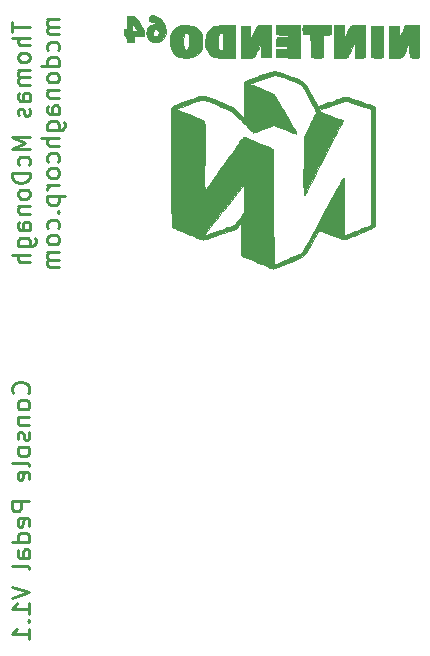
<source format=gbr>
G04 #@! TF.GenerationSoftware,KiCad,Pcbnew,(5.1.7)-1*
G04 #@! TF.CreationDate,2021-02-06T12:54:39-06:00*
G04 #@! TF.ProjectId,ConsolePedal,436f6e73-6f6c-4655-9065-64616c2e6b69,rev?*
G04 #@! TF.SameCoordinates,Original*
G04 #@! TF.FileFunction,Legend,Bot*
G04 #@! TF.FilePolarity,Positive*
%FSLAX46Y46*%
G04 Gerber Fmt 4.6, Leading zero omitted, Abs format (unit mm)*
G04 Created by KiCad (PCBNEW (5.1.7)-1) date 2021-02-06 12:54:39*
%MOMM*%
%LPD*%
G01*
G04 APERTURE LIST*
%ADD10C,0.250000*%
%ADD11C,0.010000*%
G04 APERTURE END LIST*
D10*
X116740714Y-76431428D02*
X116812142Y-76360000D01*
X116883571Y-76145714D01*
X116883571Y-76002857D01*
X116812142Y-75788571D01*
X116669285Y-75645714D01*
X116526428Y-75574285D01*
X116240714Y-75502857D01*
X116026428Y-75502857D01*
X115740714Y-75574285D01*
X115597857Y-75645714D01*
X115455000Y-75788571D01*
X115383571Y-76002857D01*
X115383571Y-76145714D01*
X115455000Y-76360000D01*
X115526428Y-76431428D01*
X116883571Y-77288571D02*
X116812142Y-77145714D01*
X116740714Y-77074285D01*
X116597857Y-77002857D01*
X116169285Y-77002857D01*
X116026428Y-77074285D01*
X115955000Y-77145714D01*
X115883571Y-77288571D01*
X115883571Y-77502857D01*
X115955000Y-77645714D01*
X116026428Y-77717142D01*
X116169285Y-77788571D01*
X116597857Y-77788571D01*
X116740714Y-77717142D01*
X116812142Y-77645714D01*
X116883571Y-77502857D01*
X116883571Y-77288571D01*
X115883571Y-78431428D02*
X116883571Y-78431428D01*
X116026428Y-78431428D02*
X115955000Y-78502857D01*
X115883571Y-78645714D01*
X115883571Y-78860000D01*
X115955000Y-79002857D01*
X116097857Y-79074285D01*
X116883571Y-79074285D01*
X116812142Y-79717142D02*
X116883571Y-79860000D01*
X116883571Y-80145714D01*
X116812142Y-80288571D01*
X116669285Y-80360000D01*
X116597857Y-80360000D01*
X116455000Y-80288571D01*
X116383571Y-80145714D01*
X116383571Y-79931428D01*
X116312142Y-79788571D01*
X116169285Y-79717142D01*
X116097857Y-79717142D01*
X115955000Y-79788571D01*
X115883571Y-79931428D01*
X115883571Y-80145714D01*
X115955000Y-80288571D01*
X116883571Y-81217142D02*
X116812142Y-81074285D01*
X116740714Y-81002857D01*
X116597857Y-80931428D01*
X116169285Y-80931428D01*
X116026428Y-81002857D01*
X115955000Y-81074285D01*
X115883571Y-81217142D01*
X115883571Y-81431428D01*
X115955000Y-81574285D01*
X116026428Y-81645714D01*
X116169285Y-81717142D01*
X116597857Y-81717142D01*
X116740714Y-81645714D01*
X116812142Y-81574285D01*
X116883571Y-81431428D01*
X116883571Y-81217142D01*
X116883571Y-82574285D02*
X116812142Y-82431428D01*
X116669285Y-82360000D01*
X115383571Y-82360000D01*
X116812142Y-83717142D02*
X116883571Y-83574285D01*
X116883571Y-83288571D01*
X116812142Y-83145714D01*
X116669285Y-83074285D01*
X116097857Y-83074285D01*
X115955000Y-83145714D01*
X115883571Y-83288571D01*
X115883571Y-83574285D01*
X115955000Y-83717142D01*
X116097857Y-83788571D01*
X116240714Y-83788571D01*
X116383571Y-83074285D01*
X116883571Y-85574285D02*
X115383571Y-85574285D01*
X115383571Y-86145714D01*
X115455000Y-86288571D01*
X115526428Y-86360000D01*
X115669285Y-86431428D01*
X115883571Y-86431428D01*
X116026428Y-86360000D01*
X116097857Y-86288571D01*
X116169285Y-86145714D01*
X116169285Y-85574285D01*
X116812142Y-87645714D02*
X116883571Y-87502857D01*
X116883571Y-87217142D01*
X116812142Y-87074285D01*
X116669285Y-87002857D01*
X116097857Y-87002857D01*
X115955000Y-87074285D01*
X115883571Y-87217142D01*
X115883571Y-87502857D01*
X115955000Y-87645714D01*
X116097857Y-87717142D01*
X116240714Y-87717142D01*
X116383571Y-87002857D01*
X116883571Y-89002857D02*
X115383571Y-89002857D01*
X116812142Y-89002857D02*
X116883571Y-88860000D01*
X116883571Y-88574285D01*
X116812142Y-88431428D01*
X116740714Y-88360000D01*
X116597857Y-88288571D01*
X116169285Y-88288571D01*
X116026428Y-88360000D01*
X115955000Y-88431428D01*
X115883571Y-88574285D01*
X115883571Y-88860000D01*
X115955000Y-89002857D01*
X116883571Y-90360000D02*
X116097857Y-90360000D01*
X115955000Y-90288571D01*
X115883571Y-90145714D01*
X115883571Y-89860000D01*
X115955000Y-89717142D01*
X116812142Y-90360000D02*
X116883571Y-90217142D01*
X116883571Y-89860000D01*
X116812142Y-89717142D01*
X116669285Y-89645714D01*
X116526428Y-89645714D01*
X116383571Y-89717142D01*
X116312142Y-89860000D01*
X116312142Y-90217142D01*
X116240714Y-90360000D01*
X116883571Y-91288571D02*
X116812142Y-91145714D01*
X116669285Y-91074285D01*
X115383571Y-91074285D01*
X115383571Y-92788571D02*
X116883571Y-93288571D01*
X115383571Y-93788571D01*
X116883571Y-95074285D02*
X116883571Y-94217142D01*
X116883571Y-94645714D02*
X115383571Y-94645714D01*
X115597857Y-94502857D01*
X115740714Y-94360000D01*
X115812142Y-94217142D01*
X116740714Y-95717142D02*
X116812142Y-95788571D01*
X116883571Y-95717142D01*
X116812142Y-95645714D01*
X116740714Y-95717142D01*
X116883571Y-95717142D01*
X116883571Y-97217142D02*
X116883571Y-96360000D01*
X116883571Y-96788571D02*
X115383571Y-96788571D01*
X115597857Y-96645714D01*
X115740714Y-96502857D01*
X115812142Y-96360000D01*
X115403571Y-44959285D02*
X115403571Y-45816428D01*
X116903571Y-45387857D02*
X115403571Y-45387857D01*
X116903571Y-46316428D02*
X115403571Y-46316428D01*
X116903571Y-46959285D02*
X116117857Y-46959285D01*
X115975000Y-46887857D01*
X115903571Y-46745000D01*
X115903571Y-46530714D01*
X115975000Y-46387857D01*
X116046428Y-46316428D01*
X116903571Y-47887857D02*
X116832142Y-47745000D01*
X116760714Y-47673571D01*
X116617857Y-47602142D01*
X116189285Y-47602142D01*
X116046428Y-47673571D01*
X115975000Y-47745000D01*
X115903571Y-47887857D01*
X115903571Y-48102142D01*
X115975000Y-48245000D01*
X116046428Y-48316428D01*
X116189285Y-48387857D01*
X116617857Y-48387857D01*
X116760714Y-48316428D01*
X116832142Y-48245000D01*
X116903571Y-48102142D01*
X116903571Y-47887857D01*
X116903571Y-49030714D02*
X115903571Y-49030714D01*
X116046428Y-49030714D02*
X115975000Y-49102142D01*
X115903571Y-49245000D01*
X115903571Y-49459285D01*
X115975000Y-49602142D01*
X116117857Y-49673571D01*
X116903571Y-49673571D01*
X116117857Y-49673571D02*
X115975000Y-49745000D01*
X115903571Y-49887857D01*
X115903571Y-50102142D01*
X115975000Y-50245000D01*
X116117857Y-50316428D01*
X116903571Y-50316428D01*
X116903571Y-51673571D02*
X116117857Y-51673571D01*
X115975000Y-51602142D01*
X115903571Y-51459285D01*
X115903571Y-51173571D01*
X115975000Y-51030714D01*
X116832142Y-51673571D02*
X116903571Y-51530714D01*
X116903571Y-51173571D01*
X116832142Y-51030714D01*
X116689285Y-50959285D01*
X116546428Y-50959285D01*
X116403571Y-51030714D01*
X116332142Y-51173571D01*
X116332142Y-51530714D01*
X116260714Y-51673571D01*
X116832142Y-52316428D02*
X116903571Y-52459285D01*
X116903571Y-52745000D01*
X116832142Y-52887857D01*
X116689285Y-52959285D01*
X116617857Y-52959285D01*
X116475000Y-52887857D01*
X116403571Y-52745000D01*
X116403571Y-52530714D01*
X116332142Y-52387857D01*
X116189285Y-52316428D01*
X116117857Y-52316428D01*
X115975000Y-52387857D01*
X115903571Y-52530714D01*
X115903571Y-52745000D01*
X115975000Y-52887857D01*
X116903571Y-54745000D02*
X115403571Y-54745000D01*
X116475000Y-55245000D01*
X115403571Y-55745000D01*
X116903571Y-55745000D01*
X116832142Y-57102142D02*
X116903571Y-56959285D01*
X116903571Y-56673571D01*
X116832142Y-56530714D01*
X116760714Y-56459285D01*
X116617857Y-56387857D01*
X116189285Y-56387857D01*
X116046428Y-56459285D01*
X115975000Y-56530714D01*
X115903571Y-56673571D01*
X115903571Y-56959285D01*
X115975000Y-57102142D01*
X116903571Y-57745000D02*
X115403571Y-57745000D01*
X115403571Y-58102142D01*
X115475000Y-58316428D01*
X115617857Y-58459285D01*
X115760714Y-58530714D01*
X116046428Y-58602142D01*
X116260714Y-58602142D01*
X116546428Y-58530714D01*
X116689285Y-58459285D01*
X116832142Y-58316428D01*
X116903571Y-58102142D01*
X116903571Y-57745000D01*
X116903571Y-59459285D02*
X116832142Y-59316428D01*
X116760714Y-59245000D01*
X116617857Y-59173571D01*
X116189285Y-59173571D01*
X116046428Y-59245000D01*
X115975000Y-59316428D01*
X115903571Y-59459285D01*
X115903571Y-59673571D01*
X115975000Y-59816428D01*
X116046428Y-59887857D01*
X116189285Y-59959285D01*
X116617857Y-59959285D01*
X116760714Y-59887857D01*
X116832142Y-59816428D01*
X116903571Y-59673571D01*
X116903571Y-59459285D01*
X115903571Y-60602142D02*
X116903571Y-60602142D01*
X116046428Y-60602142D02*
X115975000Y-60673571D01*
X115903571Y-60816428D01*
X115903571Y-61030714D01*
X115975000Y-61173571D01*
X116117857Y-61245000D01*
X116903571Y-61245000D01*
X116903571Y-62602142D02*
X116117857Y-62602142D01*
X115975000Y-62530714D01*
X115903571Y-62387857D01*
X115903571Y-62102142D01*
X115975000Y-61959285D01*
X116832142Y-62602142D02*
X116903571Y-62459285D01*
X116903571Y-62102142D01*
X116832142Y-61959285D01*
X116689285Y-61887857D01*
X116546428Y-61887857D01*
X116403571Y-61959285D01*
X116332142Y-62102142D01*
X116332142Y-62459285D01*
X116260714Y-62602142D01*
X115903571Y-63959285D02*
X117117857Y-63959285D01*
X117260714Y-63887857D01*
X117332142Y-63816428D01*
X117403571Y-63673571D01*
X117403571Y-63459285D01*
X117332142Y-63316428D01*
X116832142Y-63959285D02*
X116903571Y-63816428D01*
X116903571Y-63530714D01*
X116832142Y-63387857D01*
X116760714Y-63316428D01*
X116617857Y-63245000D01*
X116189285Y-63245000D01*
X116046428Y-63316428D01*
X115975000Y-63387857D01*
X115903571Y-63530714D01*
X115903571Y-63816428D01*
X115975000Y-63959285D01*
X116903571Y-64673571D02*
X115403571Y-64673571D01*
X116903571Y-65316428D02*
X116117857Y-65316428D01*
X115975000Y-65245000D01*
X115903571Y-65102142D01*
X115903571Y-64887857D01*
X115975000Y-64745000D01*
X116046428Y-64673571D01*
X119403571Y-44745000D02*
X118403571Y-44745000D01*
X118546428Y-44745000D02*
X118475000Y-44816428D01*
X118403571Y-44959285D01*
X118403571Y-45173571D01*
X118475000Y-45316428D01*
X118617857Y-45387857D01*
X119403571Y-45387857D01*
X118617857Y-45387857D02*
X118475000Y-45459285D01*
X118403571Y-45602142D01*
X118403571Y-45816428D01*
X118475000Y-45959285D01*
X118617857Y-46030714D01*
X119403571Y-46030714D01*
X119332142Y-47387857D02*
X119403571Y-47245000D01*
X119403571Y-46959285D01*
X119332142Y-46816428D01*
X119260714Y-46745000D01*
X119117857Y-46673571D01*
X118689285Y-46673571D01*
X118546428Y-46745000D01*
X118475000Y-46816428D01*
X118403571Y-46959285D01*
X118403571Y-47245000D01*
X118475000Y-47387857D01*
X119403571Y-48673571D02*
X117903571Y-48673571D01*
X119332142Y-48673571D02*
X119403571Y-48530714D01*
X119403571Y-48245000D01*
X119332142Y-48102142D01*
X119260714Y-48030714D01*
X119117857Y-47959285D01*
X118689285Y-47959285D01*
X118546428Y-48030714D01*
X118475000Y-48102142D01*
X118403571Y-48245000D01*
X118403571Y-48530714D01*
X118475000Y-48673571D01*
X119403571Y-49602142D02*
X119332142Y-49459285D01*
X119260714Y-49387857D01*
X119117857Y-49316428D01*
X118689285Y-49316428D01*
X118546428Y-49387857D01*
X118475000Y-49459285D01*
X118403571Y-49602142D01*
X118403571Y-49816428D01*
X118475000Y-49959285D01*
X118546428Y-50030714D01*
X118689285Y-50102142D01*
X119117857Y-50102142D01*
X119260714Y-50030714D01*
X119332142Y-49959285D01*
X119403571Y-49816428D01*
X119403571Y-49602142D01*
X118403571Y-50745000D02*
X119403571Y-50745000D01*
X118546428Y-50745000D02*
X118475000Y-50816428D01*
X118403571Y-50959285D01*
X118403571Y-51173571D01*
X118475000Y-51316428D01*
X118617857Y-51387857D01*
X119403571Y-51387857D01*
X119403571Y-52745000D02*
X118617857Y-52745000D01*
X118475000Y-52673571D01*
X118403571Y-52530714D01*
X118403571Y-52245000D01*
X118475000Y-52102142D01*
X119332142Y-52745000D02*
X119403571Y-52602142D01*
X119403571Y-52245000D01*
X119332142Y-52102142D01*
X119189285Y-52030714D01*
X119046428Y-52030714D01*
X118903571Y-52102142D01*
X118832142Y-52245000D01*
X118832142Y-52602142D01*
X118760714Y-52745000D01*
X118403571Y-54102142D02*
X119617857Y-54102142D01*
X119760714Y-54030714D01*
X119832142Y-53959285D01*
X119903571Y-53816428D01*
X119903571Y-53602142D01*
X119832142Y-53459285D01*
X119332142Y-54102142D02*
X119403571Y-53959285D01*
X119403571Y-53673571D01*
X119332142Y-53530714D01*
X119260714Y-53459285D01*
X119117857Y-53387857D01*
X118689285Y-53387857D01*
X118546428Y-53459285D01*
X118475000Y-53530714D01*
X118403571Y-53673571D01*
X118403571Y-53959285D01*
X118475000Y-54102142D01*
X119403571Y-54816428D02*
X117903571Y-54816428D01*
X119403571Y-55459285D02*
X118617857Y-55459285D01*
X118475000Y-55387857D01*
X118403571Y-55245000D01*
X118403571Y-55030714D01*
X118475000Y-54887857D01*
X118546428Y-54816428D01*
X119332142Y-56816428D02*
X119403571Y-56673571D01*
X119403571Y-56387857D01*
X119332142Y-56245000D01*
X119260714Y-56173571D01*
X119117857Y-56102142D01*
X118689285Y-56102142D01*
X118546428Y-56173571D01*
X118475000Y-56245000D01*
X118403571Y-56387857D01*
X118403571Y-56673571D01*
X118475000Y-56816428D01*
X119403571Y-57673571D02*
X119332142Y-57530714D01*
X119260714Y-57459285D01*
X119117857Y-57387857D01*
X118689285Y-57387857D01*
X118546428Y-57459285D01*
X118475000Y-57530714D01*
X118403571Y-57673571D01*
X118403571Y-57887857D01*
X118475000Y-58030714D01*
X118546428Y-58102142D01*
X118689285Y-58173571D01*
X119117857Y-58173571D01*
X119260714Y-58102142D01*
X119332142Y-58030714D01*
X119403571Y-57887857D01*
X119403571Y-57673571D01*
X119403571Y-58816428D02*
X118403571Y-58816428D01*
X118689285Y-58816428D02*
X118546428Y-58887857D01*
X118475000Y-58959285D01*
X118403571Y-59102142D01*
X118403571Y-59245000D01*
X118403571Y-59745000D02*
X119903571Y-59745000D01*
X118475000Y-59745000D02*
X118403571Y-59887857D01*
X118403571Y-60173571D01*
X118475000Y-60316428D01*
X118546428Y-60387857D01*
X118689285Y-60459285D01*
X119117857Y-60459285D01*
X119260714Y-60387857D01*
X119332142Y-60316428D01*
X119403571Y-60173571D01*
X119403571Y-59887857D01*
X119332142Y-59745000D01*
X119260714Y-61102142D02*
X119332142Y-61173571D01*
X119403571Y-61102142D01*
X119332142Y-61030714D01*
X119260714Y-61102142D01*
X119403571Y-61102142D01*
X119332142Y-62459285D02*
X119403571Y-62316428D01*
X119403571Y-62030714D01*
X119332142Y-61887857D01*
X119260714Y-61816428D01*
X119117857Y-61745000D01*
X118689285Y-61745000D01*
X118546428Y-61816428D01*
X118475000Y-61887857D01*
X118403571Y-62030714D01*
X118403571Y-62316428D01*
X118475000Y-62459285D01*
X119403571Y-63316428D02*
X119332142Y-63173571D01*
X119260714Y-63102142D01*
X119117857Y-63030714D01*
X118689285Y-63030714D01*
X118546428Y-63102142D01*
X118475000Y-63173571D01*
X118403571Y-63316428D01*
X118403571Y-63530714D01*
X118475000Y-63673571D01*
X118546428Y-63745000D01*
X118689285Y-63816428D01*
X119117857Y-63816428D01*
X119260714Y-63745000D01*
X119332142Y-63673571D01*
X119403571Y-63530714D01*
X119403571Y-63316428D01*
X119403571Y-64459285D02*
X118403571Y-64459285D01*
X118546428Y-64459285D02*
X118475000Y-64530714D01*
X118403571Y-64673571D01*
X118403571Y-64887857D01*
X118475000Y-65030714D01*
X118617857Y-65102142D01*
X119403571Y-65102142D01*
X118617857Y-65102142D02*
X118475000Y-65173571D01*
X118403571Y-65316428D01*
X118403571Y-65530714D01*
X118475000Y-65673571D01*
X118617857Y-65745000D01*
X119403571Y-65745000D01*
D11*
G04 #@! TO.C,G\u002A\u002A\u002A*
G36*
X136423810Y-49513755D02*
G01*
X136113895Y-49618682D01*
X135827750Y-49717820D01*
X135575896Y-49807349D01*
X135368852Y-49883446D01*
X135217137Y-49942289D01*
X135131271Y-49980057D01*
X135117938Y-49988219D01*
X135098522Y-50010527D01*
X135082684Y-50047065D01*
X135069980Y-50106210D01*
X135059962Y-50196341D01*
X135052186Y-50325837D01*
X135046206Y-50503076D01*
X135041574Y-50736437D01*
X135037846Y-51034297D01*
X135034574Y-51405037D01*
X135033272Y-51578673D01*
X135022167Y-53107167D01*
X134627224Y-52713961D01*
X134464074Y-52555611D01*
X134307113Y-52410474D01*
X134173604Y-52294067D01*
X134080812Y-52221907D01*
X134076891Y-52219306D01*
X133997026Y-52176551D01*
X133850610Y-52107428D01*
X133649618Y-52017222D01*
X133406027Y-51911215D01*
X133131813Y-51794693D01*
X132838951Y-51672939D01*
X132833250Y-51670595D01*
X132475385Y-51525115D01*
X132186935Y-51411672D01*
X131960114Y-51327532D01*
X131787140Y-51269959D01*
X131660229Y-51236220D01*
X131571597Y-51223581D01*
X131560081Y-51223333D01*
X131477442Y-51227712D01*
X131381934Y-51243101D01*
X131262620Y-51272880D01*
X131108562Y-51320427D01*
X130908824Y-51389123D01*
X130652469Y-51482346D01*
X130328560Y-51603475D01*
X130323167Y-51605509D01*
X130088076Y-51692902D01*
X129833605Y-51785498D01*
X129597457Y-51869660D01*
X129478497Y-51911036D01*
X129299867Y-51978985D01*
X129142618Y-52050826D01*
X129031085Y-52114948D01*
X129002247Y-52138238D01*
X128905000Y-52235485D01*
X128905000Y-57253909D01*
X128905038Y-58011497D01*
X128905199Y-58688971D01*
X128905553Y-59290887D01*
X128906170Y-59821797D01*
X128907121Y-60286256D01*
X128908476Y-60688817D01*
X128910305Y-61034034D01*
X128912679Y-61326461D01*
X128915667Y-61570652D01*
X128919341Y-61771161D01*
X128923770Y-61932541D01*
X128929024Y-62059347D01*
X128935175Y-62156131D01*
X128942292Y-62227448D01*
X128950445Y-62277852D01*
X128959705Y-62311896D01*
X128970142Y-62334135D01*
X128981827Y-62349121D01*
X128983672Y-62351005D01*
X129059117Y-62402725D01*
X129189643Y-62470237D01*
X129350523Y-62541064D01*
X129396422Y-62559317D01*
X129536807Y-62614660D01*
X129738212Y-62695238D01*
X129983359Y-62794076D01*
X130254966Y-62904201D01*
X130535752Y-63018641D01*
X130617666Y-63052145D01*
X130876241Y-63156893D01*
X131110790Y-63249808D01*
X131309257Y-63326285D01*
X131459586Y-63381717D01*
X131549721Y-63411499D01*
X131568287Y-63415334D01*
X131597820Y-63410644D01*
X131655730Y-63395290D01*
X131747771Y-63367345D01*
X131879697Y-63324883D01*
X132057259Y-63265977D01*
X132286211Y-63188701D01*
X132572307Y-63091127D01*
X132921298Y-62971330D01*
X133338938Y-62827382D01*
X133810094Y-62664581D01*
X134082522Y-62565394D01*
X134288494Y-62476340D01*
X134443833Y-62387592D01*
X134564362Y-62289322D01*
X134665905Y-62171700D01*
X134714207Y-62103000D01*
X134733692Y-62077877D01*
X134749258Y-62072411D01*
X134761364Y-62094457D01*
X134770466Y-62151871D01*
X134777021Y-62252506D01*
X134781487Y-62404219D01*
X134784321Y-62614863D01*
X134785979Y-62892294D01*
X134786919Y-63244367D01*
X134787113Y-63355856D01*
X134788014Y-63732585D01*
X134789687Y-64033690D01*
X134792636Y-64268209D01*
X134797365Y-64445184D01*
X134804379Y-64573657D01*
X134814181Y-64662667D01*
X134827274Y-64721255D01*
X134844164Y-64758462D01*
X134865353Y-64783329D01*
X134866750Y-64784606D01*
X134937406Y-64838540D01*
X134974590Y-64854667D01*
X135019809Y-64870230D01*
X135133606Y-64914335D01*
X135306345Y-64983106D01*
X135528390Y-65072666D01*
X135790104Y-65179138D01*
X136081853Y-65298647D01*
X136237404Y-65362667D01*
X136542618Y-65487605D01*
X136824576Y-65601354D01*
X137073274Y-65700009D01*
X137278709Y-65779666D01*
X137430878Y-65836419D01*
X137519779Y-65866363D01*
X137537147Y-65870067D01*
X137594061Y-65854065D01*
X137716987Y-65809509D01*
X137894052Y-65741044D01*
X138113380Y-65653314D01*
X138363096Y-65550962D01*
X138514667Y-65487781D01*
X138779330Y-65377565D01*
X139022980Y-65277555D01*
X139233080Y-65192781D01*
X139397094Y-65128273D01*
X139502487Y-65089059D01*
X139530667Y-65080158D01*
X139808490Y-64973463D01*
X140061258Y-64794027D01*
X140292562Y-64538473D01*
X140505995Y-64203423D01*
X140548726Y-64122947D01*
X140635017Y-63958914D01*
X140750076Y-63744931D01*
X140881003Y-63504752D01*
X141014899Y-63262131D01*
X141063343Y-63175190D01*
X141398662Y-62575213D01*
X141554748Y-62641656D01*
X142005987Y-62832419D01*
X142386014Y-62990047D01*
X142700568Y-63116719D01*
X142955387Y-63214613D01*
X143156212Y-63285908D01*
X143308780Y-63332782D01*
X143418830Y-63357413D01*
X143451139Y-63361432D01*
X143539997Y-63365281D01*
X143628372Y-63357557D01*
X143731392Y-63333788D01*
X143864181Y-63289502D01*
X144041865Y-63220228D01*
X144279571Y-63121494D01*
X144318973Y-63104866D01*
X144588841Y-62991911D01*
X144881044Y-62871382D01*
X145165448Y-62755604D01*
X145411920Y-62656899D01*
X145478500Y-62630680D01*
X145691581Y-62542029D01*
X145875238Y-62455724D01*
X146012130Y-62380450D01*
X146081750Y-62328527D01*
X146177000Y-62225279D01*
X146176376Y-57264056D01*
X146176091Y-56474435D01*
X146175419Y-55765705D01*
X146174320Y-55134090D01*
X146172754Y-54575813D01*
X146170682Y-54087101D01*
X146168065Y-53664176D01*
X146164862Y-53303265D01*
X146161034Y-53000590D01*
X146156541Y-52752376D01*
X146151344Y-52554849D01*
X146145404Y-52404232D01*
X146141709Y-52345167D01*
X145774833Y-52345167D01*
X145774833Y-62166036D01*
X145542000Y-62260097D01*
X145433679Y-62303828D01*
X145262086Y-62373067D01*
X145042471Y-62461662D01*
X144790088Y-62563460D01*
X144520187Y-62672309D01*
X144420167Y-62712643D01*
X143531167Y-63071128D01*
X143520242Y-60618564D01*
X143517690Y-60171631D01*
X143514200Y-59750959D01*
X143509906Y-59363995D01*
X143504944Y-59018183D01*
X143499448Y-58720971D01*
X143493554Y-58479804D01*
X143487396Y-58302129D01*
X143481110Y-58195392D01*
X143475805Y-58166000D01*
X143449008Y-58201937D01*
X143386257Y-58304609D01*
X143291931Y-58466308D01*
X143170411Y-58679325D01*
X143026074Y-58935954D01*
X142863300Y-59228487D01*
X142686468Y-59549214D01*
X142591958Y-59721750D01*
X142363029Y-60140550D01*
X142105583Y-60611440D01*
X141831752Y-61112240D01*
X141553665Y-61620767D01*
X141283452Y-62114840D01*
X141033242Y-62572277D01*
X140884684Y-62843834D01*
X140699047Y-63181477D01*
X140522995Y-63498507D01*
X140361263Y-63786624D01*
X140218590Y-64037527D01*
X140099712Y-64242919D01*
X140009365Y-64394499D01*
X139952288Y-64483968D01*
X139937956Y-64502562D01*
X139905563Y-64529688D01*
X139852797Y-64562756D01*
X139773064Y-64604642D01*
X139659768Y-64658223D01*
X139506315Y-64726373D01*
X139306108Y-64811970D01*
X139052553Y-64917890D01*
X138739055Y-65047008D01*
X138359018Y-65202202D01*
X137985500Y-65354024D01*
X137562167Y-65525848D01*
X137541000Y-60633451D01*
X137539988Y-60406345D01*
X135037292Y-60406345D01*
X135035884Y-60657802D01*
X135032754Y-60861926D01*
X135028023Y-61005902D01*
X135022413Y-61073949D01*
X134982356Y-61174378D01*
X134895778Y-61320691D01*
X134774078Y-61497015D01*
X134628656Y-61687478D01*
X134470910Y-61876208D01*
X134354924Y-62003347D01*
X134279468Y-62078699D01*
X134204426Y-62140810D01*
X134116381Y-62196064D01*
X134001912Y-62250844D01*
X133847602Y-62311533D01*
X133640031Y-62384514D01*
X133365780Y-62476172D01*
X133350000Y-62481385D01*
X133094075Y-62567112D01*
X132796814Y-62668570D01*
X132496468Y-62772611D01*
X132249333Y-62859657D01*
X132045029Y-62931504D01*
X131871231Y-62990897D01*
X131742422Y-63033021D01*
X131673085Y-63053060D01*
X131665283Y-63053844D01*
X131688299Y-63019674D01*
X131758921Y-62924169D01*
X131872883Y-62772914D01*
X132025921Y-62571490D01*
X132213769Y-62325479D01*
X132432160Y-62040464D01*
X132676829Y-61722027D01*
X132943510Y-61375751D01*
X133227939Y-61007217D01*
X133337450Y-60865524D01*
X135022167Y-58686537D01*
X135034451Y-59812685D01*
X135036855Y-60120368D01*
X135037292Y-60406345D01*
X137539988Y-60406345D01*
X137537635Y-59878471D01*
X137534381Y-59203737D01*
X137531162Y-58604827D01*
X137527902Y-58077321D01*
X137524526Y-57616798D01*
X137520957Y-57218838D01*
X137517120Y-56879019D01*
X137512938Y-56592920D01*
X137508335Y-56356122D01*
X137503236Y-56164202D01*
X137497565Y-56012740D01*
X137491245Y-55897316D01*
X137484201Y-55813508D01*
X137476356Y-55756895D01*
X137467635Y-55723057D01*
X137457962Y-55707573D01*
X137456333Y-55706511D01*
X137360940Y-55660237D01*
X137207467Y-55592469D01*
X137007363Y-55507729D01*
X136772078Y-55410539D01*
X136513061Y-55305421D01*
X136241762Y-55196897D01*
X135969629Y-55089488D01*
X135708113Y-54987716D01*
X135468663Y-54896104D01*
X135262729Y-54819173D01*
X135101759Y-54761444D01*
X134997203Y-54727441D01*
X134960756Y-54720904D01*
X134925942Y-54766709D01*
X134851658Y-54869514D01*
X134746806Y-55016831D01*
X134620290Y-55196174D01*
X134526695Y-55329667D01*
X134085015Y-55961039D01*
X133689557Y-56526080D01*
X133338122Y-57027914D01*
X133028509Y-57469663D01*
X132758518Y-57854449D01*
X132525948Y-58185394D01*
X132328600Y-58465621D01*
X132164272Y-58698253D01*
X132030764Y-58886410D01*
X131925876Y-59033217D01*
X131847407Y-59141794D01*
X131793158Y-59215265D01*
X131760927Y-59256752D01*
X131752192Y-59266667D01*
X131739828Y-59272047D01*
X131729321Y-59257738D01*
X131720594Y-59218161D01*
X131713569Y-59147739D01*
X131708165Y-59040893D01*
X131704305Y-58892047D01*
X131701909Y-58695621D01*
X131700900Y-58446037D01*
X131701198Y-58137719D01*
X131702725Y-57765087D01*
X131705402Y-57322565D01*
X131709150Y-56804573D01*
X131712113Y-56426004D01*
X131716555Y-55858240D01*
X131720077Y-55368991D01*
X131722570Y-54952108D01*
X131723927Y-54601441D01*
X131724040Y-54310843D01*
X131722800Y-54074166D01*
X131720100Y-53885259D01*
X131715831Y-53737976D01*
X131709886Y-53626167D01*
X131702157Y-53543683D01*
X131692535Y-53484377D01*
X131680914Y-53442100D01*
X131667184Y-53410703D01*
X131658903Y-53396188D01*
X131600894Y-53325966D01*
X131508157Y-53260458D01*
X131364371Y-53190056D01*
X131185662Y-53117584D01*
X130912697Y-53011022D01*
X130631328Y-52898780D01*
X130352545Y-52785492D01*
X130087340Y-52675788D01*
X129846705Y-52574302D01*
X129641631Y-52485665D01*
X129483109Y-52414510D01*
X129382132Y-52365470D01*
X129349500Y-52343762D01*
X129386895Y-52318949D01*
X129488613Y-52273109D01*
X129638949Y-52212864D01*
X129815167Y-52147364D01*
X130204389Y-52007031D01*
X130535086Y-51886723D01*
X130828681Y-51778600D01*
X131106597Y-51674820D01*
X131118843Y-51670215D01*
X131333268Y-51599731D01*
X131513352Y-51570416D01*
X131687615Y-51583391D01*
X131884574Y-51639776D01*
X132054274Y-51706962D01*
X132210021Y-51772740D01*
X132422432Y-51862448D01*
X132670177Y-51967077D01*
X132931924Y-52077618D01*
X133113925Y-52154480D01*
X133356934Y-52259671D01*
X133585264Y-52363210D01*
X133782267Y-52457195D01*
X133931295Y-52533721D01*
X134006557Y-52578269D01*
X134083037Y-52641158D01*
X134207901Y-52755999D01*
X134371350Y-52913232D01*
X134563587Y-53103300D01*
X134774814Y-53316645D01*
X134979885Y-53527751D01*
X135192753Y-53746356D01*
X135389314Y-53943330D01*
X135561253Y-54110727D01*
X135700250Y-54240599D01*
X135797991Y-54324998D01*
X135846158Y-54355979D01*
X135846681Y-54356000D01*
X135905978Y-54340502D01*
X136030208Y-54297311D01*
X136206183Y-54231383D01*
X136420717Y-54147673D01*
X136660624Y-54051137D01*
X136691532Y-54038500D01*
X136935260Y-53940485D01*
X137156886Y-53854760D01*
X137342799Y-53786318D01*
X137479393Y-53740152D01*
X137553059Y-53721255D01*
X137556771Y-53721055D01*
X137620912Y-53736549D01*
X137750725Y-53779922D01*
X137933699Y-53846557D01*
X138157322Y-53931840D01*
X138409082Y-54031153D01*
X138535284Y-54082060D01*
X138793134Y-54185451D01*
X139026029Y-54276243D01*
X139222141Y-54350035D01*
X139369642Y-54402427D01*
X139456704Y-54429020D01*
X139473922Y-54431255D01*
X139471058Y-54392515D01*
X139428513Y-54291498D01*
X139351117Y-54137951D01*
X139243697Y-53941621D01*
X139153543Y-53784500D01*
X139023871Y-53561944D01*
X138863398Y-53285971D01*
X138683675Y-52976481D01*
X138496251Y-52653368D01*
X138312679Y-52336531D01*
X138219669Y-52175834D01*
X138065550Y-51911244D01*
X137921490Y-51667317D01*
X137793987Y-51454789D01*
X137689540Y-51284397D01*
X137614646Y-51166876D01*
X137577415Y-51114665D01*
X137543600Y-51081331D01*
X137498702Y-51048283D01*
X137433045Y-51011231D01*
X137336957Y-50965880D01*
X137200763Y-50907937D01*
X137014790Y-50833110D01*
X136769363Y-50737106D01*
X136454810Y-50615631D01*
X136440333Y-50610058D01*
X136210562Y-50521168D01*
X135992903Y-50436153D01*
X135806958Y-50362725D01*
X135672325Y-50308597D01*
X135636000Y-50293559D01*
X135525135Y-50244919D01*
X135483726Y-50215716D01*
X135502870Y-50193326D01*
X135551333Y-50173514D01*
X135687304Y-50123895D01*
X135883909Y-50054138D01*
X136122616Y-49970624D01*
X136384887Y-49879736D01*
X136652190Y-49787855D01*
X136905988Y-49701363D01*
X137127747Y-49626643D01*
X137298932Y-49570075D01*
X137367557Y-49548156D01*
X137680946Y-49450532D01*
X138595223Y-49770057D01*
X138954063Y-49896036D01*
X139241160Y-49998461D01*
X139464990Y-50080865D01*
X139634030Y-50146777D01*
X139756754Y-50199729D01*
X139841638Y-50243250D01*
X139897157Y-50280873D01*
X139931788Y-50316127D01*
X139942215Y-50331193D01*
X140028027Y-50474319D01*
X140136337Y-50663731D01*
X140261138Y-50888054D01*
X140396426Y-51135914D01*
X140536196Y-51395934D01*
X140674442Y-51656740D01*
X140805159Y-51906956D01*
X140922342Y-52135208D01*
X141019986Y-52330120D01*
X141092086Y-52480317D01*
X141132636Y-52574425D01*
X141139333Y-52598815D01*
X141120724Y-52663969D01*
X141068256Y-52793304D01*
X140986974Y-52975802D01*
X140881921Y-53200442D01*
X140758139Y-53456206D01*
X140620750Y-53731922D01*
X140102167Y-54758167D01*
X140090268Y-57202917D01*
X140087924Y-57723268D01*
X140086450Y-58165206D01*
X140085981Y-58534979D01*
X140086651Y-58838838D01*
X140088597Y-59083033D01*
X140091953Y-59273813D01*
X140096855Y-59417428D01*
X140103439Y-59520128D01*
X140111839Y-59588163D01*
X140122190Y-59627782D01*
X140134629Y-59645235D01*
X140143185Y-59647667D01*
X140200370Y-59625919D01*
X140208000Y-59606689D01*
X140226826Y-59559226D01*
X140279739Y-59447557D01*
X140361391Y-59282398D01*
X140466436Y-59074466D01*
X140589527Y-58834477D01*
X140688537Y-58643605D01*
X140935604Y-58169347D01*
X141150618Y-57756215D01*
X141340773Y-57390314D01*
X141513261Y-57057747D01*
X141675275Y-56744621D01*
X141834010Y-56437039D01*
X141996657Y-56121107D01*
X142170411Y-55782928D01*
X142283531Y-55562500D01*
X142442960Y-55252313D01*
X142609170Y-54929967D01*
X142772371Y-54614372D01*
X142922774Y-54324443D01*
X143050590Y-54079091D01*
X143115041Y-53956054D01*
X143238893Y-53719225D01*
X143326854Y-53546878D01*
X143383062Y-53428888D01*
X143411651Y-53355128D01*
X143416758Y-53315473D01*
X143402519Y-53299797D01*
X143383976Y-53297667D01*
X143333364Y-53282320D01*
X143217562Y-53239642D01*
X143049612Y-53174677D01*
X142842558Y-53092471D01*
X142611393Y-52998863D01*
X142261913Y-52856056D01*
X141983328Y-52741951D01*
X141768210Y-52653101D01*
X141609128Y-52586061D01*
X141498652Y-52537384D01*
X141429352Y-52503625D01*
X141393799Y-52481336D01*
X141384563Y-52467072D01*
X141394213Y-52457386D01*
X141415319Y-52448833D01*
X141420935Y-52446694D01*
X141803458Y-52299029D01*
X142171115Y-52159067D01*
X142515403Y-52029898D01*
X142827823Y-51914611D01*
X143099876Y-51816294D01*
X143323062Y-51738037D01*
X143488880Y-51682928D01*
X143588832Y-51654056D01*
X143612022Y-51650440D01*
X143675095Y-51664475D01*
X143806571Y-51702013D01*
X143994662Y-51759399D01*
X144227578Y-51832973D01*
X144493531Y-51919078D01*
X144737667Y-51999690D01*
X145774833Y-52345167D01*
X146141709Y-52345167D01*
X146138680Y-52296749D01*
X146131132Y-52228626D01*
X146123200Y-52197000D01*
X146109106Y-52170866D01*
X146089955Y-52146723D01*
X146058729Y-52121948D01*
X146008410Y-52093916D01*
X145931980Y-52060004D01*
X145822419Y-52017588D01*
X145672709Y-51964044D01*
X145475832Y-51896749D01*
X145224770Y-51813077D01*
X144912503Y-51710406D01*
X144532014Y-51586112D01*
X144197592Y-51477101D01*
X143994767Y-51413004D01*
X143815551Y-51360058D01*
X143678171Y-51323396D01*
X143600858Y-51308150D01*
X143596952Y-51308000D01*
X143530528Y-51322411D01*
X143400812Y-51362171D01*
X143223471Y-51422071D01*
X143014173Y-51496903D01*
X142888194Y-51543634D01*
X142646850Y-51634026D01*
X142408858Y-51722627D01*
X142196580Y-51801147D01*
X142032381Y-51861297D01*
X141986000Y-51878060D01*
X141817124Y-51940390D01*
X141655531Y-52002823D01*
X141553443Y-52044592D01*
X141439071Y-52088059D01*
X141352152Y-52111180D01*
X141338994Y-52112333D01*
X141300753Y-52076701D01*
X141230801Y-51977879D01*
X141136134Y-51827978D01*
X141023748Y-51639109D01*
X140900636Y-51423385D01*
X140773794Y-51192916D01*
X140650217Y-50959814D01*
X140536900Y-50736190D01*
X140497910Y-50656062D01*
X140308235Y-50331193D01*
X140078174Y-50071218D01*
X139797757Y-49868261D01*
X139457019Y-49714450D01*
X139212549Y-49640687D01*
X139082992Y-49602986D01*
X138895027Y-49542588D01*
X138669544Y-49466471D01*
X138427431Y-49381612D01*
X138307026Y-49338216D01*
X137656121Y-49101252D01*
X136423810Y-49513755D01*
G37*
X136423810Y-49513755D02*
X136113895Y-49618682D01*
X135827750Y-49717820D01*
X135575896Y-49807349D01*
X135368852Y-49883446D01*
X135217137Y-49942289D01*
X135131271Y-49980057D01*
X135117938Y-49988219D01*
X135098522Y-50010527D01*
X135082684Y-50047065D01*
X135069980Y-50106210D01*
X135059962Y-50196341D01*
X135052186Y-50325837D01*
X135046206Y-50503076D01*
X135041574Y-50736437D01*
X135037846Y-51034297D01*
X135034574Y-51405037D01*
X135033272Y-51578673D01*
X135022167Y-53107167D01*
X134627224Y-52713961D01*
X134464074Y-52555611D01*
X134307113Y-52410474D01*
X134173604Y-52294067D01*
X134080812Y-52221907D01*
X134076891Y-52219306D01*
X133997026Y-52176551D01*
X133850610Y-52107428D01*
X133649618Y-52017222D01*
X133406027Y-51911215D01*
X133131813Y-51794693D01*
X132838951Y-51672939D01*
X132833250Y-51670595D01*
X132475385Y-51525115D01*
X132186935Y-51411672D01*
X131960114Y-51327532D01*
X131787140Y-51269959D01*
X131660229Y-51236220D01*
X131571597Y-51223581D01*
X131560081Y-51223333D01*
X131477442Y-51227712D01*
X131381934Y-51243101D01*
X131262620Y-51272880D01*
X131108562Y-51320427D01*
X130908824Y-51389123D01*
X130652469Y-51482346D01*
X130328560Y-51603475D01*
X130323167Y-51605509D01*
X130088076Y-51692902D01*
X129833605Y-51785498D01*
X129597457Y-51869660D01*
X129478497Y-51911036D01*
X129299867Y-51978985D01*
X129142618Y-52050826D01*
X129031085Y-52114948D01*
X129002247Y-52138238D01*
X128905000Y-52235485D01*
X128905000Y-57253909D01*
X128905038Y-58011497D01*
X128905199Y-58688971D01*
X128905553Y-59290887D01*
X128906170Y-59821797D01*
X128907121Y-60286256D01*
X128908476Y-60688817D01*
X128910305Y-61034034D01*
X128912679Y-61326461D01*
X128915667Y-61570652D01*
X128919341Y-61771161D01*
X128923770Y-61932541D01*
X128929024Y-62059347D01*
X128935175Y-62156131D01*
X128942292Y-62227448D01*
X128950445Y-62277852D01*
X128959705Y-62311896D01*
X128970142Y-62334135D01*
X128981827Y-62349121D01*
X128983672Y-62351005D01*
X129059117Y-62402725D01*
X129189643Y-62470237D01*
X129350523Y-62541064D01*
X129396422Y-62559317D01*
X129536807Y-62614660D01*
X129738212Y-62695238D01*
X129983359Y-62794076D01*
X130254966Y-62904201D01*
X130535752Y-63018641D01*
X130617666Y-63052145D01*
X130876241Y-63156893D01*
X131110790Y-63249808D01*
X131309257Y-63326285D01*
X131459586Y-63381717D01*
X131549721Y-63411499D01*
X131568287Y-63415334D01*
X131597820Y-63410644D01*
X131655730Y-63395290D01*
X131747771Y-63367345D01*
X131879697Y-63324883D01*
X132057259Y-63265977D01*
X132286211Y-63188701D01*
X132572307Y-63091127D01*
X132921298Y-62971330D01*
X133338938Y-62827382D01*
X133810094Y-62664581D01*
X134082522Y-62565394D01*
X134288494Y-62476340D01*
X134443833Y-62387592D01*
X134564362Y-62289322D01*
X134665905Y-62171700D01*
X134714207Y-62103000D01*
X134733692Y-62077877D01*
X134749258Y-62072411D01*
X134761364Y-62094457D01*
X134770466Y-62151871D01*
X134777021Y-62252506D01*
X134781487Y-62404219D01*
X134784321Y-62614863D01*
X134785979Y-62892294D01*
X134786919Y-63244367D01*
X134787113Y-63355856D01*
X134788014Y-63732585D01*
X134789687Y-64033690D01*
X134792636Y-64268209D01*
X134797365Y-64445184D01*
X134804379Y-64573657D01*
X134814181Y-64662667D01*
X134827274Y-64721255D01*
X134844164Y-64758462D01*
X134865353Y-64783329D01*
X134866750Y-64784606D01*
X134937406Y-64838540D01*
X134974590Y-64854667D01*
X135019809Y-64870230D01*
X135133606Y-64914335D01*
X135306345Y-64983106D01*
X135528390Y-65072666D01*
X135790104Y-65179138D01*
X136081853Y-65298647D01*
X136237404Y-65362667D01*
X136542618Y-65487605D01*
X136824576Y-65601354D01*
X137073274Y-65700009D01*
X137278709Y-65779666D01*
X137430878Y-65836419D01*
X137519779Y-65866363D01*
X137537147Y-65870067D01*
X137594061Y-65854065D01*
X137716987Y-65809509D01*
X137894052Y-65741044D01*
X138113380Y-65653314D01*
X138363096Y-65550962D01*
X138514667Y-65487781D01*
X138779330Y-65377565D01*
X139022980Y-65277555D01*
X139233080Y-65192781D01*
X139397094Y-65128273D01*
X139502487Y-65089059D01*
X139530667Y-65080158D01*
X139808490Y-64973463D01*
X140061258Y-64794027D01*
X140292562Y-64538473D01*
X140505995Y-64203423D01*
X140548726Y-64122947D01*
X140635017Y-63958914D01*
X140750076Y-63744931D01*
X140881003Y-63504752D01*
X141014899Y-63262131D01*
X141063343Y-63175190D01*
X141398662Y-62575213D01*
X141554748Y-62641656D01*
X142005987Y-62832419D01*
X142386014Y-62990047D01*
X142700568Y-63116719D01*
X142955387Y-63214613D01*
X143156212Y-63285908D01*
X143308780Y-63332782D01*
X143418830Y-63357413D01*
X143451139Y-63361432D01*
X143539997Y-63365281D01*
X143628372Y-63357557D01*
X143731392Y-63333788D01*
X143864181Y-63289502D01*
X144041865Y-63220228D01*
X144279571Y-63121494D01*
X144318973Y-63104866D01*
X144588841Y-62991911D01*
X144881044Y-62871382D01*
X145165448Y-62755604D01*
X145411920Y-62656899D01*
X145478500Y-62630680D01*
X145691581Y-62542029D01*
X145875238Y-62455724D01*
X146012130Y-62380450D01*
X146081750Y-62328527D01*
X146177000Y-62225279D01*
X146176376Y-57264056D01*
X146176091Y-56474435D01*
X146175419Y-55765705D01*
X146174320Y-55134090D01*
X146172754Y-54575813D01*
X146170682Y-54087101D01*
X146168065Y-53664176D01*
X146164862Y-53303265D01*
X146161034Y-53000590D01*
X146156541Y-52752376D01*
X146151344Y-52554849D01*
X146145404Y-52404232D01*
X146141709Y-52345167D01*
X145774833Y-52345167D01*
X145774833Y-62166036D01*
X145542000Y-62260097D01*
X145433679Y-62303828D01*
X145262086Y-62373067D01*
X145042471Y-62461662D01*
X144790088Y-62563460D01*
X144520187Y-62672309D01*
X144420167Y-62712643D01*
X143531167Y-63071128D01*
X143520242Y-60618564D01*
X143517690Y-60171631D01*
X143514200Y-59750959D01*
X143509906Y-59363995D01*
X143504944Y-59018183D01*
X143499448Y-58720971D01*
X143493554Y-58479804D01*
X143487396Y-58302129D01*
X143481110Y-58195392D01*
X143475805Y-58166000D01*
X143449008Y-58201937D01*
X143386257Y-58304609D01*
X143291931Y-58466308D01*
X143170411Y-58679325D01*
X143026074Y-58935954D01*
X142863300Y-59228487D01*
X142686468Y-59549214D01*
X142591958Y-59721750D01*
X142363029Y-60140550D01*
X142105583Y-60611440D01*
X141831752Y-61112240D01*
X141553665Y-61620767D01*
X141283452Y-62114840D01*
X141033242Y-62572277D01*
X140884684Y-62843834D01*
X140699047Y-63181477D01*
X140522995Y-63498507D01*
X140361263Y-63786624D01*
X140218590Y-64037527D01*
X140099712Y-64242919D01*
X140009365Y-64394499D01*
X139952288Y-64483968D01*
X139937956Y-64502562D01*
X139905563Y-64529688D01*
X139852797Y-64562756D01*
X139773064Y-64604642D01*
X139659768Y-64658223D01*
X139506315Y-64726373D01*
X139306108Y-64811970D01*
X139052553Y-64917890D01*
X138739055Y-65047008D01*
X138359018Y-65202202D01*
X137985500Y-65354024D01*
X137562167Y-65525848D01*
X137541000Y-60633451D01*
X137539988Y-60406345D01*
X135037292Y-60406345D01*
X135035884Y-60657802D01*
X135032754Y-60861926D01*
X135028023Y-61005902D01*
X135022413Y-61073949D01*
X134982356Y-61174378D01*
X134895778Y-61320691D01*
X134774078Y-61497015D01*
X134628656Y-61687478D01*
X134470910Y-61876208D01*
X134354924Y-62003347D01*
X134279468Y-62078699D01*
X134204426Y-62140810D01*
X134116381Y-62196064D01*
X134001912Y-62250844D01*
X133847602Y-62311533D01*
X133640031Y-62384514D01*
X133365780Y-62476172D01*
X133350000Y-62481385D01*
X133094075Y-62567112D01*
X132796814Y-62668570D01*
X132496468Y-62772611D01*
X132249333Y-62859657D01*
X132045029Y-62931504D01*
X131871231Y-62990897D01*
X131742422Y-63033021D01*
X131673085Y-63053060D01*
X131665283Y-63053844D01*
X131688299Y-63019674D01*
X131758921Y-62924169D01*
X131872883Y-62772914D01*
X132025921Y-62571490D01*
X132213769Y-62325479D01*
X132432160Y-62040464D01*
X132676829Y-61722027D01*
X132943510Y-61375751D01*
X133227939Y-61007217D01*
X133337450Y-60865524D01*
X135022167Y-58686537D01*
X135034451Y-59812685D01*
X135036855Y-60120368D01*
X135037292Y-60406345D01*
X137539988Y-60406345D01*
X137537635Y-59878471D01*
X137534381Y-59203737D01*
X137531162Y-58604827D01*
X137527902Y-58077321D01*
X137524526Y-57616798D01*
X137520957Y-57218838D01*
X137517120Y-56879019D01*
X137512938Y-56592920D01*
X137508335Y-56356122D01*
X137503236Y-56164202D01*
X137497565Y-56012740D01*
X137491245Y-55897316D01*
X137484201Y-55813508D01*
X137476356Y-55756895D01*
X137467635Y-55723057D01*
X137457962Y-55707573D01*
X137456333Y-55706511D01*
X137360940Y-55660237D01*
X137207467Y-55592469D01*
X137007363Y-55507729D01*
X136772078Y-55410539D01*
X136513061Y-55305421D01*
X136241762Y-55196897D01*
X135969629Y-55089488D01*
X135708113Y-54987716D01*
X135468663Y-54896104D01*
X135262729Y-54819173D01*
X135101759Y-54761444D01*
X134997203Y-54727441D01*
X134960756Y-54720904D01*
X134925942Y-54766709D01*
X134851658Y-54869514D01*
X134746806Y-55016831D01*
X134620290Y-55196174D01*
X134526695Y-55329667D01*
X134085015Y-55961039D01*
X133689557Y-56526080D01*
X133338122Y-57027914D01*
X133028509Y-57469663D01*
X132758518Y-57854449D01*
X132525948Y-58185394D01*
X132328600Y-58465621D01*
X132164272Y-58698253D01*
X132030764Y-58886410D01*
X131925876Y-59033217D01*
X131847407Y-59141794D01*
X131793158Y-59215265D01*
X131760927Y-59256752D01*
X131752192Y-59266667D01*
X131739828Y-59272047D01*
X131729321Y-59257738D01*
X131720594Y-59218161D01*
X131713569Y-59147739D01*
X131708165Y-59040893D01*
X131704305Y-58892047D01*
X131701909Y-58695621D01*
X131700900Y-58446037D01*
X131701198Y-58137719D01*
X131702725Y-57765087D01*
X131705402Y-57322565D01*
X131709150Y-56804573D01*
X131712113Y-56426004D01*
X131716555Y-55858240D01*
X131720077Y-55368991D01*
X131722570Y-54952108D01*
X131723927Y-54601441D01*
X131724040Y-54310843D01*
X131722800Y-54074166D01*
X131720100Y-53885259D01*
X131715831Y-53737976D01*
X131709886Y-53626167D01*
X131702157Y-53543683D01*
X131692535Y-53484377D01*
X131680914Y-53442100D01*
X131667184Y-53410703D01*
X131658903Y-53396188D01*
X131600894Y-53325966D01*
X131508157Y-53260458D01*
X131364371Y-53190056D01*
X131185662Y-53117584D01*
X130912697Y-53011022D01*
X130631328Y-52898780D01*
X130352545Y-52785492D01*
X130087340Y-52675788D01*
X129846705Y-52574302D01*
X129641631Y-52485665D01*
X129483109Y-52414510D01*
X129382132Y-52365470D01*
X129349500Y-52343762D01*
X129386895Y-52318949D01*
X129488613Y-52273109D01*
X129638949Y-52212864D01*
X129815167Y-52147364D01*
X130204389Y-52007031D01*
X130535086Y-51886723D01*
X130828681Y-51778600D01*
X131106597Y-51674820D01*
X131118843Y-51670215D01*
X131333268Y-51599731D01*
X131513352Y-51570416D01*
X131687615Y-51583391D01*
X131884574Y-51639776D01*
X132054274Y-51706962D01*
X132210021Y-51772740D01*
X132422432Y-51862448D01*
X132670177Y-51967077D01*
X132931924Y-52077618D01*
X133113925Y-52154480D01*
X133356934Y-52259671D01*
X133585264Y-52363210D01*
X133782267Y-52457195D01*
X133931295Y-52533721D01*
X134006557Y-52578269D01*
X134083037Y-52641158D01*
X134207901Y-52755999D01*
X134371350Y-52913232D01*
X134563587Y-53103300D01*
X134774814Y-53316645D01*
X134979885Y-53527751D01*
X135192753Y-53746356D01*
X135389314Y-53943330D01*
X135561253Y-54110727D01*
X135700250Y-54240599D01*
X135797991Y-54324998D01*
X135846158Y-54355979D01*
X135846681Y-54356000D01*
X135905978Y-54340502D01*
X136030208Y-54297311D01*
X136206183Y-54231383D01*
X136420717Y-54147673D01*
X136660624Y-54051137D01*
X136691532Y-54038500D01*
X136935260Y-53940485D01*
X137156886Y-53854760D01*
X137342799Y-53786318D01*
X137479393Y-53740152D01*
X137553059Y-53721255D01*
X137556771Y-53721055D01*
X137620912Y-53736549D01*
X137750725Y-53779922D01*
X137933699Y-53846557D01*
X138157322Y-53931840D01*
X138409082Y-54031153D01*
X138535284Y-54082060D01*
X138793134Y-54185451D01*
X139026029Y-54276243D01*
X139222141Y-54350035D01*
X139369642Y-54402427D01*
X139456704Y-54429020D01*
X139473922Y-54431255D01*
X139471058Y-54392515D01*
X139428513Y-54291498D01*
X139351117Y-54137951D01*
X139243697Y-53941621D01*
X139153543Y-53784500D01*
X139023871Y-53561944D01*
X138863398Y-53285971D01*
X138683675Y-52976481D01*
X138496251Y-52653368D01*
X138312679Y-52336531D01*
X138219669Y-52175834D01*
X138065550Y-51911244D01*
X137921490Y-51667317D01*
X137793987Y-51454789D01*
X137689540Y-51284397D01*
X137614646Y-51166876D01*
X137577415Y-51114665D01*
X137543600Y-51081331D01*
X137498702Y-51048283D01*
X137433045Y-51011231D01*
X137336957Y-50965880D01*
X137200763Y-50907937D01*
X137014790Y-50833110D01*
X136769363Y-50737106D01*
X136454810Y-50615631D01*
X136440333Y-50610058D01*
X136210562Y-50521168D01*
X135992903Y-50436153D01*
X135806958Y-50362725D01*
X135672325Y-50308597D01*
X135636000Y-50293559D01*
X135525135Y-50244919D01*
X135483726Y-50215716D01*
X135502870Y-50193326D01*
X135551333Y-50173514D01*
X135687304Y-50123895D01*
X135883909Y-50054138D01*
X136122616Y-49970624D01*
X136384887Y-49879736D01*
X136652190Y-49787855D01*
X136905988Y-49701363D01*
X137127747Y-49626643D01*
X137298932Y-49570075D01*
X137367557Y-49548156D01*
X137680946Y-49450532D01*
X138595223Y-49770057D01*
X138954063Y-49896036D01*
X139241160Y-49998461D01*
X139464990Y-50080865D01*
X139634030Y-50146777D01*
X139756754Y-50199729D01*
X139841638Y-50243250D01*
X139897157Y-50280873D01*
X139931788Y-50316127D01*
X139942215Y-50331193D01*
X140028027Y-50474319D01*
X140136337Y-50663731D01*
X140261138Y-50888054D01*
X140396426Y-51135914D01*
X140536196Y-51395934D01*
X140674442Y-51656740D01*
X140805159Y-51906956D01*
X140922342Y-52135208D01*
X141019986Y-52330120D01*
X141092086Y-52480317D01*
X141132636Y-52574425D01*
X141139333Y-52598815D01*
X141120724Y-52663969D01*
X141068256Y-52793304D01*
X140986974Y-52975802D01*
X140881921Y-53200442D01*
X140758139Y-53456206D01*
X140620750Y-53731922D01*
X140102167Y-54758167D01*
X140090268Y-57202917D01*
X140087924Y-57723268D01*
X140086450Y-58165206D01*
X140085981Y-58534979D01*
X140086651Y-58838838D01*
X140088597Y-59083033D01*
X140091953Y-59273813D01*
X140096855Y-59417428D01*
X140103439Y-59520128D01*
X140111839Y-59588163D01*
X140122190Y-59627782D01*
X140134629Y-59645235D01*
X140143185Y-59647667D01*
X140200370Y-59625919D01*
X140208000Y-59606689D01*
X140226826Y-59559226D01*
X140279739Y-59447557D01*
X140361391Y-59282398D01*
X140466436Y-59074466D01*
X140589527Y-58834477D01*
X140688537Y-58643605D01*
X140935604Y-58169347D01*
X141150618Y-57756215D01*
X141340773Y-57390314D01*
X141513261Y-57057747D01*
X141675275Y-56744621D01*
X141834010Y-56437039D01*
X141996657Y-56121107D01*
X142170411Y-55782928D01*
X142283531Y-55562500D01*
X142442960Y-55252313D01*
X142609170Y-54929967D01*
X142772371Y-54614372D01*
X142922774Y-54324443D01*
X143050590Y-54079091D01*
X143115041Y-53956054D01*
X143238893Y-53719225D01*
X143326854Y-53546878D01*
X143383062Y-53428888D01*
X143411651Y-53355128D01*
X143416758Y-53315473D01*
X143402519Y-53299797D01*
X143383976Y-53297667D01*
X143333364Y-53282320D01*
X143217562Y-53239642D01*
X143049612Y-53174677D01*
X142842558Y-53092471D01*
X142611393Y-52998863D01*
X142261913Y-52856056D01*
X141983328Y-52741951D01*
X141768210Y-52653101D01*
X141609128Y-52586061D01*
X141498652Y-52537384D01*
X141429352Y-52503625D01*
X141393799Y-52481336D01*
X141384563Y-52467072D01*
X141394213Y-52457386D01*
X141415319Y-52448833D01*
X141420935Y-52446694D01*
X141803458Y-52299029D01*
X142171115Y-52159067D01*
X142515403Y-52029898D01*
X142827823Y-51914611D01*
X143099876Y-51816294D01*
X143323062Y-51738037D01*
X143488880Y-51682928D01*
X143588832Y-51654056D01*
X143612022Y-51650440D01*
X143675095Y-51664475D01*
X143806571Y-51702013D01*
X143994662Y-51759399D01*
X144227578Y-51832973D01*
X144493531Y-51919078D01*
X144737667Y-51999690D01*
X145774833Y-52345167D01*
X146141709Y-52345167D01*
X146138680Y-52296749D01*
X146131132Y-52228626D01*
X146123200Y-52197000D01*
X146109106Y-52170866D01*
X146089955Y-52146723D01*
X146058729Y-52121948D01*
X146008410Y-52093916D01*
X145931980Y-52060004D01*
X145822419Y-52017588D01*
X145672709Y-51964044D01*
X145475832Y-51896749D01*
X145224770Y-51813077D01*
X144912503Y-51710406D01*
X144532014Y-51586112D01*
X144197592Y-51477101D01*
X143994767Y-51413004D01*
X143815551Y-51360058D01*
X143678171Y-51323396D01*
X143600858Y-51308150D01*
X143596952Y-51308000D01*
X143530528Y-51322411D01*
X143400812Y-51362171D01*
X143223471Y-51422071D01*
X143014173Y-51496903D01*
X142888194Y-51543634D01*
X142646850Y-51634026D01*
X142408858Y-51722627D01*
X142196580Y-51801147D01*
X142032381Y-51861297D01*
X141986000Y-51878060D01*
X141817124Y-51940390D01*
X141655531Y-52002823D01*
X141553443Y-52044592D01*
X141439071Y-52088059D01*
X141352152Y-52111180D01*
X141338994Y-52112333D01*
X141300753Y-52076701D01*
X141230801Y-51977879D01*
X141136134Y-51827978D01*
X141023748Y-51639109D01*
X140900636Y-51423385D01*
X140773794Y-51192916D01*
X140650217Y-50959814D01*
X140536900Y-50736190D01*
X140497910Y-50656062D01*
X140308235Y-50331193D01*
X140078174Y-50071218D01*
X139797757Y-49868261D01*
X139457019Y-49714450D01*
X139212549Y-49640687D01*
X139082992Y-49602986D01*
X138895027Y-49542588D01*
X138669544Y-49466471D01*
X138427431Y-49381612D01*
X138307026Y-49338216D01*
X137656121Y-49101252D01*
X136423810Y-49513755D01*
G36*
X129709934Y-45278269D02*
G01*
X129526780Y-45326399D01*
X129367035Y-45408198D01*
X129210887Y-45529058D01*
X129196988Y-45541446D01*
X129037498Y-45699158D01*
X128925939Y-45851486D01*
X128853268Y-46020170D01*
X128810445Y-46226952D01*
X128788427Y-46493574D01*
X128786883Y-46527584D01*
X128791528Y-46909207D01*
X128843958Y-47224405D01*
X128948416Y-47479363D01*
X129109144Y-47680266D01*
X129330384Y-47833300D01*
X129616377Y-47944650D01*
X129787905Y-47987248D01*
X130004888Y-48027463D01*
X130178472Y-48041108D01*
X130345916Y-48027355D01*
X130544480Y-47985376D01*
X130608633Y-47968997D01*
X130926402Y-47849322D01*
X131183067Y-47671580D01*
X131380067Y-47434771D01*
X131381500Y-47432485D01*
X131431659Y-47349600D01*
X131466494Y-47277065D01*
X131488798Y-47197308D01*
X131501363Y-47092757D01*
X131506983Y-46945842D01*
X131508450Y-46738991D01*
X131508500Y-46633487D01*
X131508188Y-46601864D01*
X130426421Y-46601864D01*
X130416562Y-46808047D01*
X130385244Y-47047692D01*
X130331880Y-47209848D01*
X130253823Y-47299441D01*
X130148423Y-47321396D01*
X130140912Y-47320640D01*
X130027136Y-47268318D01*
X129969190Y-47185387D01*
X129938952Y-47084722D01*
X129912143Y-46929906D01*
X129893830Y-46751440D01*
X129891857Y-46719721D01*
X129892831Y-46431755D01*
X129929018Y-46198529D01*
X129998317Y-46028806D01*
X130078257Y-45943241D01*
X130147375Y-45907784D01*
X130204009Y-45922089D01*
X130275496Y-45985981D01*
X130363058Y-46124046D01*
X130413126Y-46327942D01*
X130426421Y-46601864D01*
X131508188Y-46601864D01*
X131505821Y-46362506D01*
X131494468Y-46158759D01*
X131469472Y-46004892D01*
X131425861Y-45883553D01*
X131358665Y-45777390D01*
X131262914Y-45669049D01*
X131219741Y-45625421D01*
X131035879Y-45471116D01*
X130834419Y-45364422D01*
X130595634Y-45298118D01*
X130299796Y-45264979D01*
X130225708Y-45261445D01*
X129936306Y-45258415D01*
X129709934Y-45278269D01*
G37*
X129709934Y-45278269D02*
X129526780Y-45326399D01*
X129367035Y-45408198D01*
X129210887Y-45529058D01*
X129196988Y-45541446D01*
X129037498Y-45699158D01*
X128925939Y-45851486D01*
X128853268Y-46020170D01*
X128810445Y-46226952D01*
X128788427Y-46493574D01*
X128786883Y-46527584D01*
X128791528Y-46909207D01*
X128843958Y-47224405D01*
X128948416Y-47479363D01*
X129109144Y-47680266D01*
X129330384Y-47833300D01*
X129616377Y-47944650D01*
X129787905Y-47987248D01*
X130004888Y-48027463D01*
X130178472Y-48041108D01*
X130345916Y-48027355D01*
X130544480Y-47985376D01*
X130608633Y-47968997D01*
X130926402Y-47849322D01*
X131183067Y-47671580D01*
X131380067Y-47434771D01*
X131381500Y-47432485D01*
X131431659Y-47349600D01*
X131466494Y-47277065D01*
X131488798Y-47197308D01*
X131501363Y-47092757D01*
X131506983Y-46945842D01*
X131508450Y-46738991D01*
X131508500Y-46633487D01*
X131508188Y-46601864D01*
X130426421Y-46601864D01*
X130416562Y-46808047D01*
X130385244Y-47047692D01*
X130331880Y-47209848D01*
X130253823Y-47299441D01*
X130148423Y-47321396D01*
X130140912Y-47320640D01*
X130027136Y-47268318D01*
X129969190Y-47185387D01*
X129938952Y-47084722D01*
X129912143Y-46929906D01*
X129893830Y-46751440D01*
X129891857Y-46719721D01*
X129892831Y-46431755D01*
X129929018Y-46198529D01*
X129998317Y-46028806D01*
X130078257Y-45943241D01*
X130147375Y-45907784D01*
X130204009Y-45922089D01*
X130275496Y-45985981D01*
X130363058Y-46124046D01*
X130413126Y-46327942D01*
X130426421Y-46601864D01*
X131508188Y-46601864D01*
X131505821Y-46362506D01*
X131494468Y-46158759D01*
X131469472Y-46004892D01*
X131425861Y-45883553D01*
X131358665Y-45777390D01*
X131262914Y-45669049D01*
X131219741Y-45625421D01*
X131035879Y-45471116D01*
X130834419Y-45364422D01*
X130595634Y-45298118D01*
X130299796Y-45264979D01*
X130225708Y-45261445D01*
X129936306Y-45258415D01*
X129709934Y-45278269D01*
G36*
X149299083Y-45263755D02*
G01*
X148695833Y-45275500D01*
X148611167Y-45457690D01*
X148554074Y-45579201D01*
X148474093Y-45747722D01*
X148385123Y-45934004D01*
X148349611Y-46008023D01*
X148172722Y-46376167D01*
X148169694Y-45836417D01*
X148166667Y-45296667D01*
X147320000Y-45296667D01*
X147320000Y-48006000D01*
X147847518Y-48006000D01*
X148071274Y-48004686D01*
X148226264Y-47999289D01*
X148328365Y-47987626D01*
X148393456Y-47967514D01*
X148437415Y-47936770D01*
X148450768Y-47923071D01*
X148493294Y-47855988D01*
X148559999Y-47726437D01*
X148643196Y-47550388D01*
X148735199Y-47343815D01*
X148780500Y-47237872D01*
X149034500Y-46635603D01*
X149055667Y-47310218D01*
X149076833Y-47984834D01*
X149459886Y-47996893D01*
X149632497Y-47999143D01*
X149771859Y-47995010D01*
X149857170Y-47985381D01*
X149872636Y-47979254D01*
X149879880Y-47931154D01*
X149886486Y-47808726D01*
X149892230Y-47622308D01*
X149896889Y-47382236D01*
X149900242Y-47098850D01*
X149902064Y-46782486D01*
X149902333Y-46600782D01*
X149902333Y-45252009D01*
X149299083Y-45263755D01*
G37*
X149299083Y-45263755D02*
X148695833Y-45275500D01*
X148611167Y-45457690D01*
X148554074Y-45579201D01*
X148474093Y-45747722D01*
X148385123Y-45934004D01*
X148349611Y-46008023D01*
X148172722Y-46376167D01*
X148169694Y-45836417D01*
X148166667Y-45296667D01*
X147320000Y-45296667D01*
X147320000Y-48006000D01*
X147847518Y-48006000D01*
X148071274Y-48004686D01*
X148226264Y-47999289D01*
X148328365Y-47987626D01*
X148393456Y-47967514D01*
X148437415Y-47936770D01*
X148450768Y-47923071D01*
X148493294Y-47855988D01*
X148559999Y-47726437D01*
X148643196Y-47550388D01*
X148735199Y-47343815D01*
X148780500Y-47237872D01*
X149034500Y-46635603D01*
X149055667Y-47310218D01*
X149076833Y-47984834D01*
X149459886Y-47996893D01*
X149632497Y-47999143D01*
X149771859Y-47995010D01*
X149857170Y-47985381D01*
X149872636Y-47979254D01*
X149879880Y-47931154D01*
X149886486Y-47808726D01*
X149892230Y-47622308D01*
X149896889Y-47382236D01*
X149900242Y-47098850D01*
X149902064Y-46782486D01*
X149902333Y-46600782D01*
X149902333Y-45252009D01*
X149299083Y-45263755D01*
G36*
X146293417Y-45305947D02*
G01*
X145774833Y-45317834D01*
X145774833Y-47984834D01*
X146263923Y-47996688D01*
X146459625Y-47998958D01*
X146623420Y-47996208D01*
X146737286Y-47989051D01*
X146782507Y-47979049D01*
X146789756Y-47930956D01*
X146796359Y-47808619D01*
X146802089Y-47622460D01*
X146806720Y-47382901D01*
X146810024Y-47100363D01*
X146811777Y-46785269D01*
X146812000Y-46621808D01*
X146812000Y-45294061D01*
X146293417Y-45305947D01*
G37*
X146293417Y-45305947D02*
X145774833Y-45317834D01*
X145774833Y-47984834D01*
X146263923Y-47996688D01*
X146459625Y-47998958D01*
X146623420Y-47996208D01*
X146737286Y-47989051D01*
X146782507Y-47979049D01*
X146789756Y-47930956D01*
X146796359Y-47808619D01*
X146802089Y-47622460D01*
X146806720Y-47382901D01*
X146810024Y-47100363D01*
X146811777Y-46785269D01*
X146812000Y-46621808D01*
X146812000Y-45294061D01*
X146293417Y-45305947D01*
G36*
X142705667Y-48006000D02*
G01*
X143228272Y-48006000D01*
X143463324Y-48004980D01*
X143630645Y-47995486D01*
X143747165Y-47967867D01*
X143829811Y-47912473D01*
X143895511Y-47819655D01*
X143961195Y-47679761D01*
X144011755Y-47559362D01*
X144094521Y-47366943D01*
X144192866Y-47146435D01*
X144284524Y-46947667D01*
X144434375Y-46630167D01*
X144437854Y-47318084D01*
X144441333Y-48006000D01*
X144844829Y-48006000D01*
X145056656Y-48001757D01*
X145192184Y-47988358D01*
X145259387Y-47964801D01*
X145268789Y-47952670D01*
X145273507Y-47898464D01*
X145277127Y-47770337D01*
X145279575Y-47579026D01*
X145280779Y-47335272D01*
X145280665Y-47049812D01*
X145279162Y-46733387D01*
X145278043Y-46587420D01*
X145266833Y-45275500D01*
X144692348Y-45263772D01*
X144457319Y-45260153D01*
X144292216Y-45261490D01*
X144182370Y-45269239D01*
X144113114Y-45284854D01*
X144069779Y-45309792D01*
X144052318Y-45327272D01*
X144010554Y-45393292D01*
X143943663Y-45519462D01*
X143860465Y-45688370D01*
X143769780Y-45882601D01*
X143758970Y-45906436D01*
X143531167Y-46410373D01*
X143510000Y-45842936D01*
X143488833Y-45275500D01*
X142705667Y-45251156D01*
X142705667Y-48006000D01*
G37*
X142705667Y-48006000D02*
X143228272Y-48006000D01*
X143463324Y-48004980D01*
X143630645Y-47995486D01*
X143747165Y-47967867D01*
X143829811Y-47912473D01*
X143895511Y-47819655D01*
X143961195Y-47679761D01*
X144011755Y-47559362D01*
X144094521Y-47366943D01*
X144192866Y-47146435D01*
X144284524Y-46947667D01*
X144434375Y-46630167D01*
X144437854Y-47318084D01*
X144441333Y-48006000D01*
X144844829Y-48006000D01*
X145056656Y-48001757D01*
X145192184Y-47988358D01*
X145259387Y-47964801D01*
X145268789Y-47952670D01*
X145273507Y-47898464D01*
X145277127Y-47770337D01*
X145279575Y-47579026D01*
X145280779Y-47335272D01*
X145280665Y-47049812D01*
X145279162Y-46733387D01*
X145278043Y-46587420D01*
X145266833Y-45275500D01*
X144692348Y-45263772D01*
X144457319Y-45260153D01*
X144292216Y-45261490D01*
X144182370Y-45269239D01*
X144113114Y-45284854D01*
X144069779Y-45309792D01*
X144052318Y-45327272D01*
X144010554Y-45393292D01*
X143943663Y-45519462D01*
X143860465Y-45688370D01*
X143769780Y-45882601D01*
X143758970Y-45906436D01*
X143531167Y-46410373D01*
X143510000Y-45842936D01*
X143488833Y-45275500D01*
X142705667Y-45251156D01*
X142705667Y-48006000D01*
G36*
X140016214Y-45350222D02*
G01*
X140005270Y-45443261D01*
X140001502Y-45586724D01*
X140004656Y-45721306D01*
X140017500Y-45995167D01*
X140344808Y-46007517D01*
X140672115Y-46019867D01*
X140683474Y-47002350D01*
X140694833Y-47984834D01*
X141183923Y-47996688D01*
X141379625Y-47998958D01*
X141543420Y-47996208D01*
X141657286Y-47989051D01*
X141702507Y-47979049D01*
X141711049Y-47929900D01*
X141718621Y-47808595D01*
X141724842Y-47627643D01*
X141729333Y-47399554D01*
X141731716Y-47136837D01*
X141732000Y-47005892D01*
X141732000Y-46062228D01*
X142060083Y-46049864D01*
X142388167Y-46037500D01*
X142388167Y-45275500D01*
X140040615Y-45252998D01*
X140016214Y-45350222D01*
G37*
X140016214Y-45350222D02*
X140005270Y-45443261D01*
X140001502Y-45586724D01*
X140004656Y-45721306D01*
X140017500Y-45995167D01*
X140344808Y-46007517D01*
X140672115Y-46019867D01*
X140683474Y-47002350D01*
X140694833Y-47984834D01*
X141183923Y-47996688D01*
X141379625Y-47998958D01*
X141543420Y-47996208D01*
X141657286Y-47989051D01*
X141702507Y-47979049D01*
X141711049Y-47929900D01*
X141718621Y-47808595D01*
X141724842Y-47627643D01*
X141729333Y-47399554D01*
X141731716Y-47136837D01*
X141732000Y-47005892D01*
X141732000Y-46062228D01*
X142060083Y-46049864D01*
X142388167Y-46037500D01*
X142388167Y-45275500D01*
X140040615Y-45252998D01*
X140016214Y-45350222D01*
G36*
X137731500Y-46037500D02*
G01*
X138250083Y-46049386D01*
X138467358Y-46055267D01*
X138613814Y-46062811D01*
X138703297Y-46074559D01*
X138749650Y-46093056D01*
X138766718Y-46120843D01*
X138768667Y-46144636D01*
X138762522Y-46182726D01*
X138733847Y-46207057D01*
X138667283Y-46220680D01*
X138547469Y-46226644D01*
X138359046Y-46227999D01*
X138348796Y-46228000D01*
X138162454Y-46230492D01*
X138003642Y-46237193D01*
X137894384Y-46246940D01*
X137861963Y-46253696D01*
X137828767Y-46282348D01*
X137808298Y-46347819D01*
X137797921Y-46465936D01*
X137795001Y-46652526D01*
X137795000Y-46655863D01*
X137795000Y-47032334D01*
X138726333Y-47032334D01*
X138726333Y-47241313D01*
X138228917Y-47253240D01*
X137731500Y-47265167D01*
X137731500Y-47984834D01*
X139785842Y-48007508D01*
X139763500Y-45275500D01*
X137731500Y-45275500D01*
X137731500Y-46037500D01*
G37*
X137731500Y-46037500D02*
X138250083Y-46049386D01*
X138467358Y-46055267D01*
X138613814Y-46062811D01*
X138703297Y-46074559D01*
X138749650Y-46093056D01*
X138766718Y-46120843D01*
X138768667Y-46144636D01*
X138762522Y-46182726D01*
X138733847Y-46207057D01*
X138667283Y-46220680D01*
X138547469Y-46226644D01*
X138359046Y-46227999D01*
X138348796Y-46228000D01*
X138162454Y-46230492D01*
X138003642Y-46237193D01*
X137894384Y-46246940D01*
X137861963Y-46253696D01*
X137828767Y-46282348D01*
X137808298Y-46347819D01*
X137797921Y-46465936D01*
X137795001Y-46652526D01*
X137795000Y-46655863D01*
X137795000Y-47032334D01*
X138726333Y-47032334D01*
X138726333Y-47241313D01*
X138228917Y-47253240D01*
X137731500Y-47265167D01*
X137731500Y-47984834D01*
X139785842Y-48007508D01*
X139763500Y-45275500D01*
X137731500Y-45275500D01*
X137731500Y-46037500D01*
G36*
X136587393Y-45257498D02*
G01*
X136403415Y-45266127D01*
X136264661Y-45278922D01*
X136190342Y-45294585D01*
X136188588Y-45295460D01*
X136143454Y-45348231D01*
X136074846Y-45463190D01*
X135991531Y-45624236D01*
X135902272Y-45815268D01*
X135887971Y-45847663D01*
X135801876Y-46039632D01*
X135724986Y-46202484D01*
X135664812Y-46320906D01*
X135628868Y-46379587D01*
X135625450Y-46382687D01*
X135603598Y-46360424D01*
X135593603Y-46275408D01*
X135594109Y-46222068D01*
X135597129Y-46091490D01*
X135598502Y-45910482D01*
X135598013Y-45713269D01*
X135597593Y-45667084D01*
X135593667Y-45296667D01*
X134789333Y-45296667D01*
X134789333Y-48006000D01*
X135307917Y-48005352D01*
X135512285Y-48002549D01*
X135687602Y-47995388D01*
X135815465Y-47984947D01*
X135877471Y-47972302D01*
X135877949Y-47972011D01*
X135916681Y-47921258D01*
X135978919Y-47811412D01*
X136054553Y-47661084D01*
X136101834Y-47559909D01*
X136193885Y-47359163D01*
X136289801Y-47152899D01*
X136373240Y-46976174D01*
X136397094Y-46926500D01*
X136519917Y-46672500D01*
X136522459Y-47318084D01*
X136525000Y-47963667D01*
X137329333Y-47963667D01*
X137329333Y-45254334D01*
X136797384Y-45254334D01*
X136587393Y-45257498D01*
G37*
X136587393Y-45257498D02*
X136403415Y-45266127D01*
X136264661Y-45278922D01*
X136190342Y-45294585D01*
X136188588Y-45295460D01*
X136143454Y-45348231D01*
X136074846Y-45463190D01*
X135991531Y-45624236D01*
X135902272Y-45815268D01*
X135887971Y-45847663D01*
X135801876Y-46039632D01*
X135724986Y-46202484D01*
X135664812Y-46320906D01*
X135628868Y-46379587D01*
X135625450Y-46382687D01*
X135603598Y-46360424D01*
X135593603Y-46275408D01*
X135594109Y-46222068D01*
X135597129Y-46091490D01*
X135598502Y-45910482D01*
X135598013Y-45713269D01*
X135597593Y-45667084D01*
X135593667Y-45296667D01*
X134789333Y-45296667D01*
X134789333Y-48006000D01*
X135307917Y-48005352D01*
X135512285Y-48002549D01*
X135687602Y-47995388D01*
X135815465Y-47984947D01*
X135877471Y-47972302D01*
X135877949Y-47972011D01*
X135916681Y-47921258D01*
X135978919Y-47811412D01*
X136054553Y-47661084D01*
X136101834Y-47559909D01*
X136193885Y-47359163D01*
X136289801Y-47152899D01*
X136373240Y-46976174D01*
X136397094Y-46926500D01*
X136519917Y-46672500D01*
X136522459Y-47318084D01*
X136525000Y-47963667D01*
X137329333Y-47963667D01*
X137329333Y-45254334D01*
X136797384Y-45254334D01*
X136587393Y-45257498D01*
G36*
X133762750Y-45255086D02*
G01*
X133345588Y-45260868D01*
X133004648Y-45277688D01*
X132732075Y-45306593D01*
X132520014Y-45348634D01*
X132360613Y-45404858D01*
X132275407Y-45453745D01*
X132079290Y-45641917D01*
X131923884Y-45897410D01*
X131814812Y-46210491D01*
X131799360Y-46277710D01*
X131753942Y-46659226D01*
X131783726Y-47012999D01*
X131887460Y-47333370D01*
X132063893Y-47614680D01*
X132105560Y-47663278D01*
X132207872Y-47769539D01*
X132308453Y-47851452D01*
X132420019Y-47912130D01*
X132555287Y-47954685D01*
X132726972Y-47982231D01*
X132947790Y-47997879D01*
X133230457Y-48004743D01*
X133505708Y-48006000D01*
X134323667Y-48006000D01*
X134323667Y-47424736D01*
X133309667Y-47424736D01*
X133152448Y-47399223D01*
X133022014Y-47358415D01*
X132915123Y-47293224D01*
X132908031Y-47286512D01*
X132871235Y-47242124D01*
X132846463Y-47185234D01*
X132831387Y-47099498D01*
X132823679Y-46968574D01*
X132821011Y-46776120D01*
X132820833Y-46674429D01*
X132822267Y-46449544D01*
X132828175Y-46291899D01*
X132840967Y-46184094D01*
X132863052Y-46108725D01*
X132896841Y-46048393D01*
X132910069Y-46030021D01*
X133006561Y-45938881D01*
X133129491Y-45910659D01*
X133142902Y-45910500D01*
X133286500Y-45910500D01*
X133298084Y-46667618D01*
X133309667Y-47424736D01*
X134323667Y-47424736D01*
X134323667Y-45254334D01*
X133762750Y-45255086D01*
G37*
X133762750Y-45255086D02*
X133345588Y-45260868D01*
X133004648Y-45277688D01*
X132732075Y-45306593D01*
X132520014Y-45348634D01*
X132360613Y-45404858D01*
X132275407Y-45453745D01*
X132079290Y-45641917D01*
X131923884Y-45897410D01*
X131814812Y-46210491D01*
X131799360Y-46277710D01*
X131753942Y-46659226D01*
X131783726Y-47012999D01*
X131887460Y-47333370D01*
X132063893Y-47614680D01*
X132105560Y-47663278D01*
X132207872Y-47769539D01*
X132308453Y-47851452D01*
X132420019Y-47912130D01*
X132555287Y-47954685D01*
X132726972Y-47982231D01*
X132947790Y-47997879D01*
X133230457Y-48004743D01*
X133505708Y-48006000D01*
X134323667Y-48006000D01*
X134323667Y-47424736D01*
X133309667Y-47424736D01*
X133152448Y-47399223D01*
X133022014Y-47358415D01*
X132915123Y-47293224D01*
X132908031Y-47286512D01*
X132871235Y-47242124D01*
X132846463Y-47185234D01*
X132831387Y-47099498D01*
X132823679Y-46968574D01*
X132821011Y-46776120D01*
X132820833Y-46674429D01*
X132822267Y-46449544D01*
X132828175Y-46291899D01*
X132840967Y-46184094D01*
X132863052Y-46108725D01*
X132896841Y-46048393D01*
X132910069Y-46030021D01*
X133006561Y-45938881D01*
X133129491Y-45910659D01*
X133142902Y-45910500D01*
X133286500Y-45910500D01*
X133298084Y-46667618D01*
X133309667Y-47424736D01*
X134323667Y-47424736D01*
X134323667Y-45254334D01*
X133762750Y-45255086D01*
G36*
X127189519Y-44426094D02*
G01*
X127134079Y-44453371D01*
X127065041Y-44503410D01*
X127031564Y-44571173D01*
X127021466Y-44686161D01*
X127021167Y-44726790D01*
X127021167Y-44936834D01*
X127264085Y-44958464D01*
X127431810Y-44984090D01*
X127546712Y-45032231D01*
X127615481Y-45088572D01*
X127723958Y-45197049D01*
X127449763Y-45193941D01*
X127224364Y-45211590D01*
X127057075Y-45276752D01*
X126930367Y-45398902D01*
X126862483Y-45511343D01*
X126801329Y-45709185D01*
X126792019Y-45937438D01*
X126830081Y-46169250D01*
X126911046Y-46377771D01*
X127030444Y-46536150D01*
X127033552Y-46538942D01*
X127224006Y-46656169D01*
X127452025Y-46716232D01*
X127687558Y-46712921D01*
X127776882Y-46692540D01*
X128016767Y-46580329D01*
X128205903Y-46409990D01*
X128341225Y-46193359D01*
X128419668Y-45942268D01*
X128419999Y-45937361D01*
X127838393Y-45937361D01*
X127794602Y-46060424D01*
X127702542Y-46150838D01*
X127571500Y-46185667D01*
X127461998Y-46156223D01*
X127381000Y-46101000D01*
X127307800Y-45975892D01*
X127312221Y-45837413D01*
X127393391Y-45703920D01*
X127400243Y-45696909D01*
X127518062Y-45610824D01*
X127627890Y-45605761D01*
X127744575Y-45681214D01*
X127748688Y-45685046D01*
X127825795Y-45804589D01*
X127838393Y-45937361D01*
X128419999Y-45937361D01*
X128438169Y-45668551D01*
X128393662Y-45384043D01*
X128283084Y-45100578D01*
X128218286Y-44987955D01*
X128023485Y-44756818D01*
X127765079Y-44578726D01*
X127493912Y-44467723D01*
X127351168Y-44426185D01*
X127259253Y-44412689D01*
X127189519Y-44426094D01*
G37*
X127189519Y-44426094D02*
X127134079Y-44453371D01*
X127065041Y-44503410D01*
X127031564Y-44571173D01*
X127021466Y-44686161D01*
X127021167Y-44726790D01*
X127021167Y-44936834D01*
X127264085Y-44958464D01*
X127431810Y-44984090D01*
X127546712Y-45032231D01*
X127615481Y-45088572D01*
X127723958Y-45197049D01*
X127449763Y-45193941D01*
X127224364Y-45211590D01*
X127057075Y-45276752D01*
X126930367Y-45398902D01*
X126862483Y-45511343D01*
X126801329Y-45709185D01*
X126792019Y-45937438D01*
X126830081Y-46169250D01*
X126911046Y-46377771D01*
X127030444Y-46536150D01*
X127033552Y-46538942D01*
X127224006Y-46656169D01*
X127452025Y-46716232D01*
X127687558Y-46712921D01*
X127776882Y-46692540D01*
X128016767Y-46580329D01*
X128205903Y-46409990D01*
X128341225Y-46193359D01*
X128419668Y-45942268D01*
X128419999Y-45937361D01*
X127838393Y-45937361D01*
X127794602Y-46060424D01*
X127702542Y-46150838D01*
X127571500Y-46185667D01*
X127461998Y-46156223D01*
X127381000Y-46101000D01*
X127307800Y-45975892D01*
X127312221Y-45837413D01*
X127393391Y-45703920D01*
X127400243Y-45696909D01*
X127518062Y-45610824D01*
X127627890Y-45605761D01*
X127744575Y-45681214D01*
X127748688Y-45685046D01*
X127825795Y-45804589D01*
X127838393Y-45937361D01*
X128419999Y-45937361D01*
X128438169Y-45668551D01*
X128393662Y-45384043D01*
X128283084Y-45100578D01*
X128218286Y-44987955D01*
X128023485Y-44756818D01*
X127765079Y-44578726D01*
X127493912Y-44467723D01*
X127351168Y-44426185D01*
X127259253Y-44412689D01*
X127189519Y-44426094D01*
G36*
X125448578Y-44500884D02*
G01*
X125158500Y-44513500D01*
X125134804Y-45593000D01*
X124879465Y-45593000D01*
X124891983Y-45878750D01*
X124901379Y-46031842D01*
X124917316Y-46119712D01*
X124946667Y-46161803D01*
X124996309Y-46177558D01*
X124997717Y-46177761D01*
X125051692Y-46195639D01*
X125082120Y-46243818D01*
X125097807Y-46343430D01*
X125103551Y-46431761D01*
X125116167Y-46672500D01*
X125393127Y-46684817D01*
X125539422Y-46686866D01*
X125650473Y-46680158D01*
X125700044Y-46667178D01*
X125716936Y-46610969D01*
X125727799Y-46499319D01*
X125730000Y-46412978D01*
X125730000Y-46188733D01*
X126142750Y-46176616D01*
X126555500Y-46164500D01*
X126568165Y-45897546D01*
X126574015Y-45774226D01*
X126026333Y-45774226D01*
X125988226Y-45779519D01*
X125890801Y-45782876D01*
X125814667Y-45783500D01*
X125603000Y-45783500D01*
X125603000Y-45116470D01*
X125814667Y-45440711D01*
X125907393Y-45583696D01*
X125979475Y-45696644D01*
X126020601Y-45763304D01*
X126026333Y-45774226D01*
X126574015Y-45774226D01*
X126580830Y-45630591D01*
X126253102Y-45120600D01*
X126128106Y-44931824D01*
X126011145Y-44765552D01*
X125913231Y-44636720D01*
X125845376Y-44560267D01*
X125832015Y-44549439D01*
X125723530Y-44511031D01*
X125549127Y-44498521D01*
X125448578Y-44500884D01*
G37*
X125448578Y-44500884D02*
X125158500Y-44513500D01*
X125134804Y-45593000D01*
X124879465Y-45593000D01*
X124891983Y-45878750D01*
X124901379Y-46031842D01*
X124917316Y-46119712D01*
X124946667Y-46161803D01*
X124996309Y-46177558D01*
X124997717Y-46177761D01*
X125051692Y-46195639D01*
X125082120Y-46243818D01*
X125097807Y-46343430D01*
X125103551Y-46431761D01*
X125116167Y-46672500D01*
X125393127Y-46684817D01*
X125539422Y-46686866D01*
X125650473Y-46680158D01*
X125700044Y-46667178D01*
X125716936Y-46610969D01*
X125727799Y-46499319D01*
X125730000Y-46412978D01*
X125730000Y-46188733D01*
X126142750Y-46176616D01*
X126555500Y-46164500D01*
X126568165Y-45897546D01*
X126574015Y-45774226D01*
X126026333Y-45774226D01*
X125988226Y-45779519D01*
X125890801Y-45782876D01*
X125814667Y-45783500D01*
X125603000Y-45783500D01*
X125603000Y-45116470D01*
X125814667Y-45440711D01*
X125907393Y-45583696D01*
X125979475Y-45696644D01*
X126020601Y-45763304D01*
X126026333Y-45774226D01*
X126574015Y-45774226D01*
X126580830Y-45630591D01*
X126253102Y-45120600D01*
X126128106Y-44931824D01*
X126011145Y-44765552D01*
X125913231Y-44636720D01*
X125845376Y-44560267D01*
X125832015Y-44549439D01*
X125723530Y-44511031D01*
X125549127Y-44498521D01*
X125448578Y-44500884D01*
G04 #@! TD*
M02*

</source>
